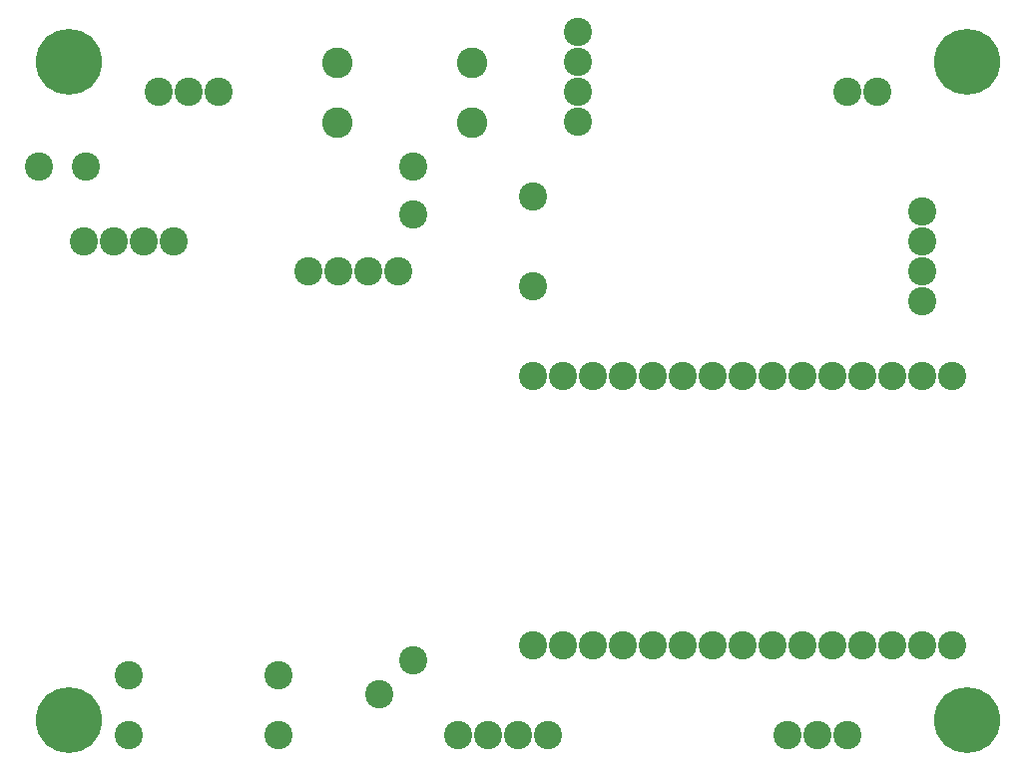
<source format=gbr>
%FSLAX34Y34*%
%MOMM*%
%LNSOLDERMASK_BOTTOM*%
G71*
G01*
%ADD10C, 2.40*%
%ADD11C, 2.40*%
%ADD12C, 5.60*%
%ADD13C, 2.60*%
%ADD14C, 2.40*%
%LPD*%
X127000Y393700D02*
G54D10*
D03*
X127000Y342900D02*
G54D10*
D03*
X254000Y393700D02*
G54D10*
D03*
X254000Y342900D02*
G54D10*
D03*
X469900Y800100D02*
G54D11*
D03*
X469900Y723900D02*
G54D11*
D03*
X800100Y711200D02*
G54D11*
D03*
X800100Y736600D02*
G54D11*
D03*
X800100Y762000D02*
G54D11*
D03*
X800100Y787400D02*
G54D11*
D03*
X355600Y736600D02*
G54D11*
D03*
X330200Y736600D02*
G54D11*
D03*
X304800Y736600D02*
G54D11*
D03*
X279400Y736600D02*
G54D11*
D03*
X825500Y647700D02*
G54D11*
D03*
X800100Y647700D02*
G54D11*
D03*
X774700Y647700D02*
G54D11*
D03*
X749300Y647700D02*
G54D11*
D03*
X723900Y647700D02*
G54D11*
D03*
X698500Y647700D02*
G54D11*
D03*
X673100Y647700D02*
G54D11*
D03*
X647700Y647700D02*
G54D11*
D03*
X622300Y647700D02*
G54D11*
D03*
X596900Y647700D02*
G54D11*
D03*
X571500Y647700D02*
G54D11*
D03*
X546100Y647700D02*
G54D11*
D03*
X520700Y647700D02*
G54D11*
D03*
X495300Y647700D02*
G54D11*
D03*
X469900Y647700D02*
G54D11*
D03*
X469900Y419100D02*
G54D11*
D03*
X495300Y419100D02*
G54D11*
D03*
X520700Y419100D02*
G54D11*
D03*
X546100Y419100D02*
G54D11*
D03*
X571500Y419100D02*
G54D11*
D03*
X596900Y419100D02*
G54D11*
D03*
X622300Y419100D02*
G54D11*
D03*
X647700Y419100D02*
G54D11*
D03*
X673100Y419100D02*
G54D11*
D03*
X698500Y419100D02*
G54D11*
D03*
X723900Y419100D02*
G54D11*
D03*
X749300Y419100D02*
G54D11*
D03*
X774700Y419100D02*
G54D11*
D03*
X800100Y419100D02*
G54D11*
D03*
X825500Y419100D02*
G54D11*
D03*
X406400Y342900D02*
G54D11*
D03*
X431800Y342900D02*
G54D11*
D03*
X457200Y342900D02*
G54D11*
D03*
X482600Y342900D02*
G54D11*
D03*
X165100Y762000D02*
G54D11*
D03*
X139700Y762000D02*
G54D11*
D03*
X114300Y762000D02*
G54D11*
D03*
X88900Y762000D02*
G54D11*
D03*
X76200Y355600D02*
G54D12*
D03*
X838200Y355600D02*
G54D12*
D03*
X139700Y762000D02*
G54D11*
D03*
X800100Y787400D02*
G54D11*
D03*
X127000Y342900D02*
G54D11*
D03*
X254000Y342900D02*
G54D11*
D03*
X482600Y342900D02*
G54D11*
D03*
X685800Y342900D02*
G54D11*
D03*
X800100Y647700D02*
G54D11*
D03*
X800100Y419100D02*
G54D11*
D03*
X698500Y419100D02*
G54D11*
D03*
X304800Y736600D02*
G54D11*
D03*
X711200Y342900D02*
G54D11*
D03*
X736600Y342900D02*
G54D11*
D03*
X507977Y939856D02*
G54D11*
D03*
X507977Y914456D02*
G54D11*
D03*
X507977Y889056D02*
G54D11*
D03*
X507977Y863656D02*
G54D11*
D03*
X507977Y889056D02*
G54D11*
D03*
X736600Y889000D02*
G54D11*
D03*
X762000Y889000D02*
G54D11*
D03*
X762000Y889000D02*
G54D11*
D03*
X304600Y914200D02*
G54D13*
D03*
X304600Y863400D02*
G54D13*
D03*
X304600Y914200D02*
G54D11*
D03*
X76200Y914400D02*
G54D12*
D03*
X838200Y914400D02*
G54D12*
D03*
X152400Y889000D02*
G54D11*
D03*
X177800Y889000D02*
G54D11*
D03*
X203200Y889000D02*
G54D11*
D03*
X418900Y914200D02*
G54D13*
D03*
X418900Y863400D02*
G54D13*
D03*
X418900Y914200D02*
G54D11*
D03*
X152400Y889000D02*
G54D11*
D03*
X50800Y825500D02*
G54D14*
D03*
X90800Y825500D02*
G54D14*
D03*
X50800Y825500D02*
G54D11*
D03*
X368300Y825500D02*
G54D14*
D03*
X368300Y785500D02*
G54D14*
D03*
X368300Y825500D02*
G54D11*
D03*
X368300Y406400D02*
G54D14*
D03*
X340016Y378116D02*
G54D14*
D03*
X368300Y406400D02*
G54D11*
D03*
X622300Y647700D02*
G54D11*
D03*
X622300Y647700D02*
G54D11*
D03*
M02*

</source>
